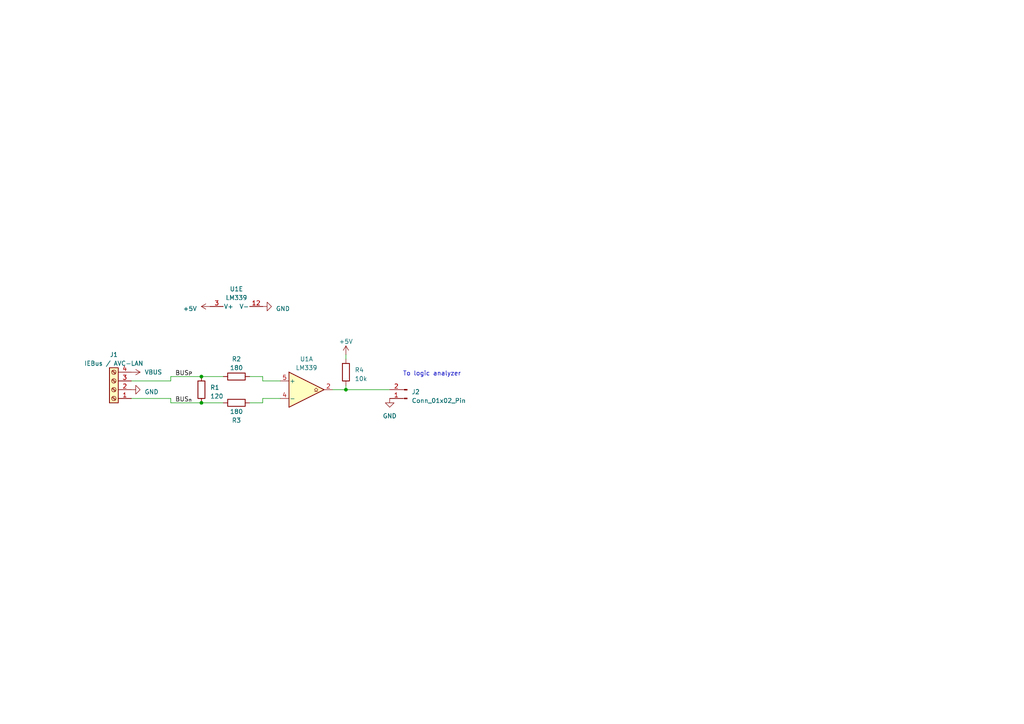
<source format=kicad_sch>
(kicad_sch (version 20230121) (generator eeschema)
  (paper "A4")
  (lib_symbols
    (symbol "Comparator:LM339" (pin_names (offset 0.127))
      (property "Reference" "U" (at 0 5.08 0))
      (property "Value" "LM339" (at 0 -5.08 0))
      (symbol "LM339_1_1"
        (polyline (pts (xy -5.08 5.08) (xy 5.08 0) (xy -5.08 -5.08) (xy -5.08 5.08)) (stroke (width 0.254)) (fill (type background)))
        (polyline (pts (xy 3.302 -0.508) (xy 2.794 -0.508) (xy 3.302 0) (xy 2.794 0.508) (xy 2.286 0) (xy 2.794 -0.508) (xy 2.286 -0.508)) (stroke (width 0.127)))
        (pin open_collector line (at 7.62 0 180) (length 2.54) (name "~") (number "2"))
        (pin input line (at -7.62 -2.54 0) (length 2.54) (name "-") (number "4"))
        (pin input line (at -7.62 2.54 0) (length 2.54) (name "+") (number "5"))
      )
      (symbol "LM339_2_1"
        (polyline (pts (xy -5.08 5.08) (xy 5.08 0) (xy -5.08 -5.08) (xy -5.08 5.08)) (stroke (width 0.254)) (fill (type background)))
        (polyline (pts (xy 3.302 -0.508) (xy 2.794 -0.508) (xy 3.302 0) (xy 2.794 0.508) (xy 2.286 0) (xy 2.794 -0.508) (xy 2.286 -0.508)) (stroke (width 0.127)))
        (pin open_collector line (at 7.62 0 180) (length 2.54) (name "~") (number "1"))
        (pin input line (at -7.62 -2.54 0) (length 2.54) (name "-") (number "6"))
        (pin input line (at -7.62 2.54 0) (length 2.54) (name "+") (number "7"))
      )
      (symbol "LM339_3_1"
        (polyline (pts (xy -5.08 5.08) (xy 5.08 0) (xy -5.08 -5.08) (xy -5.08 5.08)) (stroke (width 0.254)) (fill (type background)))
        (polyline (pts (xy 3.302 -0.508) (xy 2.794 -0.508) (xy 3.302 0) (xy 2.794 0.508) (xy 2.286 0) (xy 2.794 -0.508) (xy 2.286 -0.508)) (stroke (width 0.127)))
        (pin input line (at -7.62 -2.54 0) (length 2.54) (name "-") (number "10"))
        (pin input line (at -7.62 2.54 0) (length 2.54) (name "+") (number "11"))
        (pin open_collector line (at 7.62 0 180) (length 2.54) (name "~") (number "13"))
      )
      (symbol "LM339_4_1"
        (polyline (pts (xy -5.08 5.08) (xy 5.08 0) (xy -5.08 -5.08) (xy -5.08 5.08)) (stroke (width 0.254)) (fill (type background)))
        (polyline (pts (xy 3.302 -0.508) (xy 2.794 -0.508) (xy 3.302 0) (xy 2.794 0.508) (xy 2.286 0) (xy 2.794 -0.508) (xy 2.286 -0.508)) (stroke (width 0.127)))
        (pin open_collector line (at 7.62 0 180) (length 2.54) (name "~") (number "14"))
        (pin input line (at -7.62 -2.54 0) (length 2.54) (name "-") (number "8"))
        (pin input line (at -7.62 2.54 0) (length 2.54) (name "+") (number "9"))
      )
      (symbol "LM339_5_1"
        (pin power_in line (at -2.54 -7.62 90) (length 3.81) (name "V-") (number "12"))
        (pin power_in line (at -2.54 7.62 270) (length 3.81) (name "V+") (number "3"))
      )
    )
    (symbol "Connector:Conn_01x02_Pin" (pin_names (offset 1.016) hide)
      (property "Reference" "J" (at 0 2.54 0))
      (property "Value" "Conn_01x02_Pin" (at 0 -5.08 0))
      (symbol "Conn_01x02_Pin_1_1"
        (polyline (pts (xy 1.27 -2.54) (xy 0.8636 -2.54)) (stroke (width 0.1524)))
        (polyline (pts (xy 1.27 0) (xy 0.8636 0)) (stroke (width 0.1524)))
        (rectangle (start 0.8636 -2.413) (end 0 -2.667) (stroke (width 0.1524)) (fill (type outline)))
        (rectangle (start 0.8636 0.127) (end 0 -0.127) (stroke (width 0.1524)) (fill (type outline)))
        (pin passive line (at 5.08 0 180) (length 3.81) (name "Pin_1") (number "1"))
        (pin passive line (at 5.08 -2.54 180) (length 3.81) (name "Pin_2") (number "2"))
      )
    )
    (symbol "Connector:Screw_Terminal_01x04" (pin_names (offset 1.016) hide)
      (property "Reference" "J" (at 0 5.08 0))
      (property "Value" "Screw_Terminal_01x04" (at 0 -7.62 0))
      (symbol "Screw_Terminal_01x04_1_1"
        (rectangle (start -1.27 3.81) (end 1.27 -6.35) (stroke (width 0.254)) (fill (type background)))
        (circle (center 0 -5.08) (radius 0.635) (stroke (width 0.1524)))
        (circle (center 0 -2.54) (radius 0.635) (stroke (width 0.1524)))
        (polyline (pts (xy -0.5334 -4.7498) (xy 0.3302 -5.588)) (stroke (width 0.1524)))
        (polyline (pts (xy -0.5334 -2.2098) (xy 0.3302 -3.048)) (stroke (width 0.1524)))
        (polyline (pts (xy -0.5334 0.3302) (xy 0.3302 -0.508)) (stroke (width 0.1524)))
        (polyline (pts (xy -0.5334 2.8702) (xy 0.3302 2.032)) (stroke (width 0.1524)))
        (polyline (pts (xy -0.3556 -4.572) (xy 0.508 -5.4102)) (stroke (width 0.1524)))
        (polyline (pts (xy -0.3556 -2.032) (xy 0.508 -2.8702)) (stroke (width 0.1524)))
        (polyline (pts (xy -0.3556 0.508) (xy 0.508 -0.3302)) (stroke (width 0.1524)))
        (polyline (pts (xy -0.3556 3.048) (xy 0.508 2.2098)) (stroke (width 0.1524)))
        (circle (center 0 0) (radius 0.635) (stroke (width 0.1524)))
        (circle (center 0 2.54) (radius 0.635) (stroke (width 0.1524)))
        (pin passive line (at -5.08 2.54 0) (length 3.81) (name "Pin_1") (number "1"))
        (pin passive line (at -5.08 0 0) (length 3.81) (name "Pin_2") (number "2"))
        (pin passive line (at -5.08 -2.54 0) (length 3.81) (name "Pin_3") (number "3"))
        (pin passive line (at -5.08 -5.08 0) (length 3.81) (name "Pin_4") (number "4"))
      )
    )
    (symbol "Device:R" (pin_numbers hide) (pin_names (offset 0))
      (property "Reference" "R" (at 2.032 0 90))
      (property "Value" "R" (at 0 0 90))
      (symbol "R_0_1"
        (rectangle (start -1.016 -2.54) (end 1.016 2.54) (stroke (width 0.254)))
      )
      (symbol "R_1_1"
        (pin passive line (at 0 3.81 270) (length 1.27) (name "~") (number "1"))
        (pin passive line (at 0 -3.81 90) (length 1.27) (name "~") (number "2"))
      )
    )
    (symbol "power:+5V" (power) (pin_names (offset 0))
      (property "Value" "+5V" (at 0 3.556 0))
      (symbol "+5V_0_1"
        (polyline (pts (xy -0.762 1.27) (xy 0 2.54)))
        (polyline (pts (xy 0 0) (xy 0 2.54)))
        (polyline (pts (xy 0 2.54) (xy 0.762 1.27)))
      )
      (symbol "+5V_1_1"
        (pin power_in line (at 0 0 90) (length 0) hide (name "+5V") (number "1"))
      )
    )
    (symbol "power:GND" (power) (pin_names (offset 0))
      (property "Value" "GND" (at 0 -3.81 0))
      (symbol "GND_0_1"
        (polyline (pts (xy 0 0) (xy 0 -1.27) (xy 1.27 -1.27) (xy 0 -2.54) (xy -1.27 -1.27) (xy 0 -1.27)))
      )
      (symbol "GND_1_1"
        (pin power_in line (at 0 0 270) (length 0) hide (name "GND") (number "1"))
      )
    )
    (symbol "power:VBUS" (power) (pin_names (offset 0))
      (property "Value" "VBUS" (at 0 3.81 0))
      (symbol "VBUS_0_1"
        (polyline (pts (xy -0.762 1.27) (xy 0 2.54)))
        (polyline (pts (xy 0 0) (xy 0 2.54)))
        (polyline (pts (xy 0 2.54) (xy 0.762 1.27)))
      )
      (symbol "VBUS_1_1"
        (pin power_in line (at 0 0 90) (length 0) hide (name "VBUS") (number "1"))
      )
    )
  )
  (junction (at 58.42 116.84))
  (junction (at 100.33 113.03))
  (junction (at 58.42 109.22))
  (wire (pts (xy 81.28 115.57) (xy 76.2 115.57)))
  (wire (pts (xy 49.53 116.84) (xy 58.42 116.84)))
  (wire (pts (xy 49.53 110.49) (xy 49.53 109.22)))
  (wire (pts (xy 100.33 102.87) (xy 100.33 104.14)))
  (wire (pts (xy 72.39 116.84) (xy 76.2 116.84)))
  (wire (pts (xy 96.52 113.03) (xy 100.33 113.03)))
  (wire (pts (xy 58.42 116.84) (xy 64.77 116.84)))
  (wire (pts (xy 76.2 110.49) (xy 81.28 110.49)))
  (wire (pts (xy 100.33 113.03) (xy 113.03 113.03)))
  (wire (pts (xy 38.1 115.57) (xy 49.53 115.57)))
  (wire (pts (xy 38.1 110.49) (xy 49.53 110.49)))
  (wire (pts (xy 49.53 115.57) (xy 49.53 116.84)))
  (wire (pts (xy 72.39 109.22) (xy 76.2 109.22)))
  (wire (pts (xy 76.2 115.57) (xy 76.2 116.84)))
  (wire (pts (xy 58.42 109.22) (xy 64.77 109.22)))
  (wire (pts (xy 49.53 109.22) (xy 58.42 109.22)))
  (wire (pts (xy 76.2 109.22) (xy 76.2 110.49)))
  (wire (pts (xy 100.33 113.03) (xy 100.33 111.76)))
  (text "To logic analyzer" (at 116.84 109.22 0) (effects (font (size 1.27 1.27)) (justify left bottom)))
  (label "BUS_{n}" (at 50.8 116.84 0))
  (label "BUS_{P}" (at 50.8 109.22 0))
  (symbol (lib_id "Device:R") (at 68.58 116.84 270) (unit 1)
    (property "Reference" "R3" (at 68.58 121.92 90))
    (property "Value" "180" (at 68.58 119.38 90))
  )
  (symbol (lib_id "Comparator:LM339") (at 68.58 86.36 90) (unit 5)
    (property "Reference" "U1" (at 68.58 83.82 90))
    (property "Value" "LM339" (at 68.58 86.36 90))
    (property "Datasheet" "https://www.st.com/resource/en/datasheet/lm139.pdf" (effects hide))
  )
  (symbol (lib_id "power:VBUS") (at 38.1 107.95 270) (unit 1)
    (property "Reference" "#PWR02" (effects hide))
    (property "Value" "VBUS" (at 41.91 107.95 90) (effects (justify left)))
  )
  (symbol (lib_id "power:+5V") (at 100.33 102.87 0) (unit 1)
    (property "Reference" "#PWR05" (effects hide))
    (property "Value" "+5V" (at 100.33 99.06 0))
  )
  (symbol (lib_id "power:GND") (at 113.03 115.57 0) (unit 1)
    (property "Reference" "#PWR06" (effects hide))
    (property "Value" "GND" (at 113.03 120.65 0))
  )
  (symbol (lib_id "power:GND") (at 38.1 113.03 90) (unit 1)
    (property "Reference" "#PWR01" (effects hide))
    (property "Value" "GND" (at 41.91 113.665 90) (effects (justify right)))
  )
  (symbol (lib_id "Device:R") (at 100.33 107.95 0) (unit 1)
    (property "Reference" "R4" (at 102.87 107.315 0) (effects (justify left)))
    (property "Value" "10k" (at 102.87 109.855 0) (effects (justify left)))
  )
  (symbol (lib_id "power:GND") (at 76.2 88.9 90) (unit 1)
    (property "Reference" "#PWR04" (effects hide))
    (property "Value" "GND" (at 80.01 89.535 90) (effects (justify right)))
  )
  (symbol (lib_id "Device:R") (at 68.58 109.22 90) (unit 1)
    (property "Reference" "R2" (at 68.58 104.14 90))
    (property "Value" "180" (at 68.58 106.68 90))
  )
  (symbol (lib_id "Device:R") (at 58.42 113.03 0) (unit 1)
    (property "Reference" "R1" (at 60.96 112.395 0) (effects (justify left)))
    (property "Value" "120" (at 60.96 114.935 0) (effects (justify left)))
  )
  (symbol (lib_id "Connector:Conn_01x02_Pin") (at 118.11 115.57 180) (unit 1)
    (property "Reference" "J2" (at 119.38 113.665 0) (effects (justify right)))
    (property "Value" "Conn_01x02_Pin" (at 119.38 116.205 0) (effects (justify right)))
  )
  (symbol (lib_id "power:+5V") (at 60.96 88.9 90) (unit 1)
    (property "Reference" "#PWR03" (effects hide))
    (property "Value" "+5V" (at 57.15 89.535 90) (effects (justify left)))
  )
  (symbol (lib_id "Comparator:LM339") (at 88.9 113.03 0) (unit 1)
    (property "Reference" "U1" (at 88.9 104.14 0))
    (property "Value" "LM339" (at 88.9 106.68 0))
    (property "Datasheet" "https://www.st.com/resource/en/datasheet/lm139.pdf" (effects hide))
  )
  (symbol (lib_id "Connector:Screw_Terminal_01x04") (at 33.02 113.03 180) (unit 1)
    (property "Reference" "J1" (at 33.02 102.87 0))
    (property "Value" "IEBus / AVC-LAN" (at 33.02 105.41 0))
  )
)
</source>
